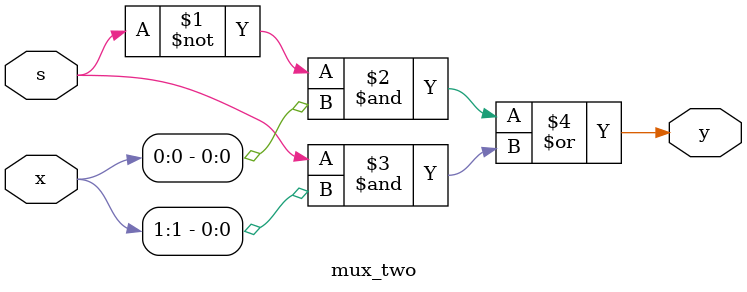
<source format=v>
module mux_two ( s, x, y );
  input s;
  input [1:0] x;
  output y;
  assign y = (~s&x[0])|(s&x[1]);
endmodule

</source>
